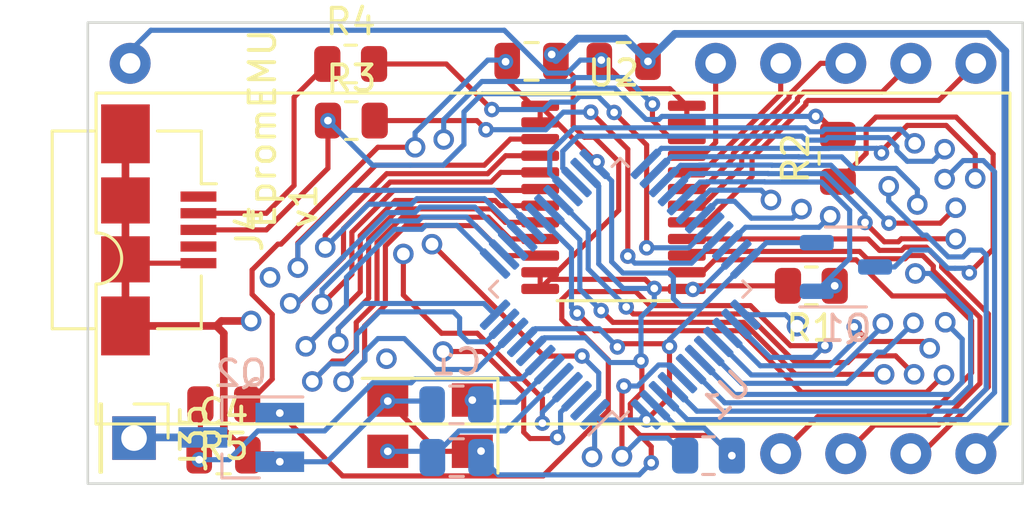
<source format=kicad_pcb>
(kicad_pcb (version 20221018) (generator pcbnew)
  (layers (0 "F.Cu" signal) (31 "B.Cu" signal) (34 "B.Paste" user) (35 "F.Paste" user) (36 "B.SilkS" user "B.Silkscreen") (37 "F.SilkS" user "F.Silkscreen") (38 "B.Mask" user) (39 "F.Mask" user) (44 "Edge.Cuts" user))
  (net 0 "")
  (net 1 "+3V3")
  (net 2 "/~{WERAM}")
  (net 3 "/~{OERAM}")
  (net 4 "/OSC1")
  (net 5 "/OSC0")
  (net 6 "/~{sRST}")
  (net 7 "Net-(J2-Pin_1)")
  (net 8 "GND")
  (net 9 "/D7")
  (net 10 "/D6")
  (net 11 "/D5")
  (net 12 "/D4")
  (net 13 "/D3")
  (net 14 "/D2")
  (net 15 "/D1")
  (net 16 "/D0")
  (net 17 "/~{DOE}")
  (net 19 "/A14")
  (net 20 "/A12")
  (net 21 "/A7")
  (net 22 "/A6")
  (net 23 "/A5")
  (net 24 "/A4")
  (net 25 "/A3")
  (net 26 "/A2")
  (net 27 "/A1")
  (net 28 "/A0")
  (net 29 "/A10")
  (net 30 "/A11")
  (net 31 "/A9")
  (net 32 "/A8")
  (net 33 "/A13")
  (net 34 "Net-(J4-D-)")
  (net 35 "Net-(J4-D+)")
  (net 37 "/~{extRST}")
  (net 38 "/~{DISC}")
  (net 39 "/TX")
  (net 40 "/RX")
  (net 41 "/DM")
  (net 42 "/~{AOE}")
  (net 43 "/DP")
  (net 44 "/SWDIO")
  (net 45 "/SWCLK")
  (net 46 "Net-(Q1-D)")
  (net 47 "Net-(Q2-G)")
  (net 48 "/A15")
  (net 49 "/ED0")
  (net 50 "/ED1")
  (net 51 "/ED2")
  (net 52 "/ED3")
  (net 53 "/ED4")
  (net 54 "/ED5")
  (net 55 "/ED6")
  (net 56 "/ED7")
  (net 57 "+5V")
  (net 58 "/uA16")
  (net 59 "/BATT")
  (footprint "Capacitor_SMD:C_0805_2012Metric" (layer "F.Cu") (at 117.3226 83.5152)
    (fp_text reference "C5" hide)
    (fp_text value "100n" hide)
  )
  (footprint "my_own_conn:PTH_0.8_0.5mm" (layer "F.Cu") (at 119.6848 98.9584)
    (fp_text reference "J3" hide)
    (fp_text value "DFU_En" hide)
  )
  (footprint "Resistor_SMD:R_0805_2012Metric" (layer "F.Cu") (at 105.3065 96.901 180)
    (fp_text reference "R5")
    (fp_text value "10k")
  )
  (footprint "my_own_conn:PTH_0.8_0.5mm" (layer "F.Cu") (at 126.6698 88.9254)
    (fp_text reference "J36" hide)
    (fp_text value "Conn" hide)
  )
  (footprint "my_own_conn:PTH_0.8_0.5mm" (layer "F.Cu") (at 106.3752 93.6498)
    (fp_text reference "J29" hide)
    (fp_text value "Conn" hide)
  )
  (footprint "my_own_conn:PTH_0.8_0.5mm" (layer "F.Cu") (at 113.0808 90.6272 180)
    (fp_text reference "J32" hide)
    (fp_text value "Conn" hide)
  )
  (footprint "Capacitor_SMD:C_0805_2012Metric" (layer "F.Cu") (at 105.2982 98.8822)
    (fp_text reference "C4")
    (fp_text value "100n")
  )
  (footprint "my_own_conn:PTH_0.8_0.5mm" (layer "F.Cu") (at 132.2324 93.726)
    (fp_text reference "J9" hide)
    (fp_text value "Conn" hide)
  )
  (footprint "my_own_conn:PTH_0.8_0.5mm" (layer "F.Cu") (at 133.8834 90.4494)
    (fp_text reference "J19" hide)
    (fp_text value "Conn" hide)
  )
  (footprint "Connector_USB:USB_Micro-B_Amphenol_10104110_Horizontal" (layer "F.Cu") (at 102.7684 90.0938 -90)
    (fp_text reference "J4")
    (fp_text value "USB_B_Mini")
  )
  (footprint "my_own_conn:PTH_0.8_0.5mm" (layer "F.Cu") (at 108.1992 91.567 180)
    (fp_text reference "J27" hide)
    (fp_text value "Conn" hide)
  )
  (footprint "my_own_conn:PTH_0.8_0.5mm" (layer "F.Cu") (at 133.4516 88.1126)
    (fp_text reference "J13" hide)
    (fp_text value "Conn" hide)
  )
  (footprint "my_own_conn:PTH_0.8_0.5mm" (layer "F.Cu") (at 131.0894 95.7326)
    (fp_text reference "J5" hide)
    (fp_text value "Conn" hide)
  )
  (footprint "my_own_conn:PTH_0.8_0.5mm" (layer "F.Cu") (at 133.4516 86.9442)
    (fp_text reference "J15" hide)
    (fp_text value "Conn" hide)
  )
  (footprint "Resistor_SMD:R_0805_2012Metric" (layer "F.Cu") (at 110.2868 85.8266)
    (fp_text reference "R3")
    (fp_text value "22E")
  )
  (footprint "my_own_conn:PTH_0.8_0.5mm" (layer "F.Cu") (at 132.3848 89.1032)
    (fp_text reference "J17" hide)
    (fp_text value "Conn" hide)
  )
  (footprint "my_own_conn:PTH_0.8_0.5mm" (layer "F.Cu") (at 132.8674 94.7166)
    (fp_text reference "J7" hide)
    (fp_text value "Conn" hide)
  )
  (footprint "my_own_conn:PTH_0.8_0.5mm" (layer "F.Cu") (at 109.982 96.0238 180)
    (fp_text reference "J20" hide)
    (fp_text value "Conn" hide)
  )
  (footprint "my_own_conn:PTH_0.8_0.5mm" (layer "F.Cu") (at 132.3086 91.7956)
    (fp_text reference "J11" hide)
    (fp_text value "Conn" hide)
  )
  (footprint "Resistor_SMD:R_0805_2012Metric" (layer "F.Cu") (at 128.2465 92.2782 180)
    (fp_text reference "R1")
    (fp_text value "100k" hide)
  )
  (footprint "my_own_conn:PTH_0.8_0.5mm" (layer "F.Cu") (at 128.9812 89.5604)
    (fp_text reference "J37" hide)
    (fp_text value "Conn" hide)
  )
  (footprint "my_own_conn:PTH_0.8_0.5mm" (layer "F.Cu") (at 134.6454 88.0872)
    (fp_text reference "J16" hide)
    (fp_text value "Conn" hide)
  )
  (footprint "my_own_conn:PTH_0.8_0.5mm" (layer "F.Cu") (at 109.1438 92.9894 180)
    (fp_text reference "J24" hide)
    (fp_text value "Conn" hide)
  )
  (footprint "my_own_conn:PTH_0.8_0.5mm" (layer "F.Cu") (at 120.8532 98.933)
    (fp_text reference "J2" hide)
    (fp_text value "DFU_En" hide)
  )
  (footprint "Package_DIP:DIP-28_W15.24mm" (layer "F.Cu") (at 101.6508 98.8314 90)
    (fp_text reference "U7" hide)
    (fp_text value "Target" hide)
  )
  (footprint "Crystal:Crystal_SMD_5032-4Pin_5.0x3.2mm" (layer "F.Cu") (at 113.3602 97.7392 180)
    (fp_text reference "Y1" hide)
    (fp_text value "8M" hide)
  )
  (footprint "my_own_conn:PTH_0.8_0.5mm" (layer "F.Cu") (at 112.3188 91.0336)
    (fp_text reference "J33" hide)
    (fp_text value "Conn" hide)
  )
  (footprint "Connector_PinHeader_2.54mm:PinHeader_1x01_P2.54mm_Vertical" (layer "F.Cu") (at 101.8032 98.2218 -90)
    (fp_text reference "J35")
    (fp_text value "Conn_01x01" hide)
  )
  (footprint "my_own_conn:PTH_0.8_0.5mm" (layer "F.Cu") (at 112.141 94.7674)
    (fp_text reference "J40" hide)
    (fp_text value "Conn" hide)
  )
  (footprint "my_own_conn:PTH_0.8_0.5mm" (layer "F.Cu") (at 133.8834 89.2302)
    (fp_text reference "J18" hide)
    (fp_text value "Conn" hide)
  )
  (footprint "my_own_conn:PTH_0.8_0.5mm" (layer "F.Cu") (at 113.8682 94.8436 180)
    (fp_text reference "J31" hide)
    (fp_text value "Conn" hide)
  )
  (footprint "Resistor_SMD:R_0805_2012Metric" (layer "F.Cu") (at 129.286 87.3017 90)
    (fp_text reference "R2")
    (fp_text value "1k5")
  )
  (footprint "my_own_conn:PTH_0.8_0.5mm" (layer "F.Cu") (at 109.0676 90.7796 180)
    (fp_text reference "J26" hide)
    (fp_text value "Conn" hide)
  )
  (footprint "my_own_conn:PTH_0.8_0.5mm" (layer "F.Cu") (at 127.6858 93.853)
    (fp_text reference "J39" hide)
    (fp_text value "Conn" hide)
  )
  (footprint "my_own_conn:PTH_0.8_0.5mm" (layer "F.Cu") (at 131.2672 88.392)
    (fp_text reference "J12" hide)
    (fp_text value "Conn" hide)
  )
  (footprint "Capacitor_SMD:C_0805_2012Metric" (layer "F.Cu") (at 120.9192 83.5152)
    (fp_text reference "C2" hide)
    (fp_text value "100n" hide)
  )
  (footprint "my_own_conn:PTH_0.8_0.5mm" (layer "F.Cu") (at 133.477 93.7006)
    (fp_text reference "J10" hide)
    (fp_text value "Conn" hide)
  )
  (footprint "my_own_conn:PTH_0.8_0.5mm" (layer "F.Cu") (at 132.2578 95.7326)
    (fp_text reference "J6" hide)
    (fp_text value "Conn" hide)
  )
  (footprint "my_own_conn:PTH_0.8_0.5mm" (layer "F.Cu") (at 132.2832 86.7156)
    (fp_text reference "J14" hide)
    (fp_text value "Conn" hide)
  )
  (footprint "my_own_conn:PTH_0.8_0.5mm" (layer "F.Cu") (at 127.8636 89.281)
    (fp_text reference "J38" hide)
    (fp_text value "Conn" hide)
  )
  (footprint "my_own_conn:PTH_0.8_0.5mm" (layer "F.Cu") (at 108.5088 94.6404)
    (fp_text reference "J23" hide)
    (fp_text value "Conn" hide)
  )
  (footprint "my_own_conn:PTH_0.8_0.5mm" (layer "F.Cu") (at 131.0386 93.7514)
    (fp_text reference "J8" hide)
    (fp_text value "Conn" hide)
  )
  (footprint "my_own_conn:PTH_0.8_0.5mm" (layer "F.Cu") (at 113.9698 86.8934)
    (fp_text reference "J34" hide)
    (fp_text value "Conn" hide)
  )
  (footprint "my_own_conn:PTH_0.8_0.5mm" (layer "F.Cu") (at 133.4262 95.758)
    (fp_text reference "J1" hide)
    (fp_text value "Conn" hide)
  )
  (footprint "my_own_conn:PTH_0.8_0.5mm" (layer "F.Cu") (at 108.7628 96.012 180)
    (fp_text reference "J21" hide)
    (fp_text value "Conn" hide)
  )
  (footprint "my_own_conn:PTH_0.8_0.5mm" (layer "F.Cu") (at 112.776 86.868)
    (fp_text reference "J30" hide)
    (fp_text value "Conn" hide)
  )
  (footprint "Package_SO:TSSOP-24_4.4x7.8mm_P0.65mm" (layer "F.Cu") (at 120.523 88.8238)
    (fp_text reference "U2")
    (fp_text value "SN74LVCC3245APWR")
  )
  (footprint "my_own_conn:PTH_0.8_0.5mm" (layer "F.Cu") (at 107.8992 92.964 180)
    (fp_text reference "J25" hide)
    (fp_text value "Conn" hide)
  )
  (footprint "my_own_conn:PTH_0.8_0.5mm" (layer "F.Cu") (at 107.1118 91.948)
    (fp_text reference "J28" hide)
    (fp_text value "Conn" hide)
  )
  (footprint "my_own_conn:PTH_0.8_0.5mm" (layer "F.Cu") (at 109.7788 94.5134 180)
    (fp_text reference "J22" hide)
    (fp_text value "Conn" hide)
  )
  (footprint "Resistor_SMD:R_0805_2012Metric" (layer "F.Cu") (at 110.2614 83.6168)
    (fp_text reference "R4")
    (fp_text value "22E")
  )
  (footprint "Capacitor_SMD:C_0805_2012Metric" (layer "B.Cu") (at 114.4016 98.9838)
    (fp_text reference "C3" hide)
    (fp_text value "C_Small")
  )
  (footprint "Capacitor_SMD:C_0805_2012Metric" (layer "B.Cu") (at 114.3914 96.9264 180)
    (fp_text reference "C1")
    (fp_text value "C_Small" hide)
  )
  (footprint "Resistor_SMD:R_0805_2012Metric" (layer "B.Cu") (at 124.2314 98.9076)
    (fp_text reference "R6" hide)
    (fp_text value "100k")
  )
  (footprint "Package_TO_SOT_SMD:SOT-23_Handsoldering" (layer "B.Cu") (at 105.9942 98.1964 180)
    (fp_text reference "Q2")
    (fp_text value "PMV450ENEAR" hide)
  )
  (footprint "Package_TO_SOT_SMD:SOT-23-3" (layer "B.Cu") (at 129.5963 91.5416)
    (fp_text reference "Q1")
    (fp_text value "BSH202" hide)
  )
  (footprint "Package_QFP:LQFP-48_7x7mm_P0.5mm" (layer "B.Cu") (at 120.785185 92.407249 45)
    (fp_text reference "U1")
    (fp_text value "STM32F303CCTx" hide)
  )
  (gr_rect (start 100 82) (end 136.5 100) (stroke (width 0.1)) (fill none) (layer "Edge.Cuts"))
  (gr_text "EpromEMU\nv1" (at 109.0168 90.1192 90) (layer "F.SilkS") (effects (font (size 1 1)) (justify left bottom)))
  (segment (start 117.6605 85.8988) (end 117.6605 85.2488) (width 0.2) (layer "F.Cu") (net 1))
  (segment (start 116.309044 84.203444) (end 116.309044 83.527974) (width 0.2) (layer "F.Cu") (net 1))
  (segment (start 119.846289 87.434589) (end 119.880211 87.434589) (width 0.2) (layer "F.Cu") (net 1))
  (segment (start 112.776 86.868) (end 111.322952 86.868) (width 0.2) (layer "F.Cu") (net 1))
  (segment (start 122.60538 94.5388) (end 120.8024 94.5388) (width 0.2) (layer "F.Cu") (net 1))
  (segment (start 117.6605 85.2488) (end 117.3544 85.2488) (width 0.2) (layer "F.Cu") (net 1))
  (segment (start 117.6605 85.2488) (end 119.846289 87.434589) (width 0.2) (layer "F.Cu") (net 1))
  (segment (start 122.708917 96.61655) (end 122.708917 94.642337) (width 0.2) (layer "F.Cu") (net 1))
  (segment (start 121.809098 97.516369) (end 122.708917 96.61655) (width 0.2) (layer "F.Cu") (net 1))
  (segment (start 107.1992 93.3958) (end 107.1992 95.9208) (width 0.2) (layer "F.Cu") (net 1))
  (segment (start 107.419874 90.649976) (end 106.4118 91.65805) (width 0.2) (layer "F.Cu") (net 1))
  (segment (start 117.3544 85.2488) (end 116.309044 84.203444) (width 0.2) (layer "F.Cu") (net 1))
  (segment (start 120.8024 94.5388) (end 120.6754 94.6658) (width 0.2) (layer "F.Cu") (net 1))
  (segment (start 111.322952 86.868) (end 107.540976 90.649976) (width 0.2) (layer "F.Cu") (net 1))
  (segment (start 122.708917 94.642337) (end 122.60538 94.5388) (width 0.2) (layer "F.Cu") (net 1))
  (segment (start 107.540976 90.649976) (end 107.419874 90.649976) (width 0.2) (layer "F.Cu") (net 1))
  (segment (start 107.1992 95.9208) (end 106.219 96.901) (width 0.2) (layer "F.Cu") (net 1))
  (segment (start 106.4118 91.65805) (end 106.4118 92.6084) (width 0.2) (layer "F.Cu") (net 1))
  (segment (start 106.4118 92.6084) (end 107.1992 93.3958) (width 0.2) (layer "F.Cu") (net 1))
  (via (at 116.309044 83.527974) (size 0.6) (drill 0.3) (layers "F.Cu" "B.Cu") (net 1))
  (via (at 119.880211 87.434589) (size 0.6) (drill 0.3) (layers "F.Cu" "B.Cu") (net 1))
  (via (at 122.708917 94.642337) (size 0.6) (drill 0.3) (layers "F.Cu" "B.Cu") (net 1))
  (via (at 121.809098 97.516369) (size 0.6) (drill 0.3) (layers "F.Cu" "B.Cu") (net 1))
  (via (at 120.6754 94.6658) (size 0.6) (drill 0.3) (layers "F.Cu" "B.Cu") (net 1))
  (segment (start 120.89273 91.779082) (end 122.690882 91.779082) (width 0.2) (layer "B.Cu") (net 1))
  (segment (start 128.4588 90.5916) (end 126.489922 90.5916) (width 0.2) (layer "B.Cu") (net 1))
  (segment (start 119.96336 93.95376) (end 120.6754 94.6658) (width 0.2) (layer "B.Cu") (net 1))
  (segment (start 112.776 86.302315) (end 115.613915 83.4644) (width 0.2) (layer "B.Cu") (net 1))
  (segment (start 126.489922 90.5916) (end 125.673061 91.408461) (width 0.2) (layer "B.Cu") (net 1))
  (segment (start 116.95797 94.466698) (end 117.470908 93.95376) (width 0.2) (layer "B.Cu") (net 1))
  (segment (start 119.786397 87.519373) (end 119.871181 87.434589) (width 0.2) (layer "B.Cu") (net 1))
  (segment (start 120.45 91.336352) (end 120.89273 91.779082) (width 0.2) (layer "B.Cu") (net 1))
  (segment (start 112.776 86.868) (end 112.776 86.302315) (width 0.2) (layer "B.Cu") (net 1))
  (segment (start 124.015922 93.0656) (end 122.708917 94.372605) (width 0.2) (layer "B.Cu") (net 1))
  (segment (start 124.015922 93.0656) (end 125.673061 91.408461) (width 0.2) (layer "B.Cu") (net 1))
  (segment (start 121.783973 97.491244) (end 121.809098 97.516369) (width 0.2) (layer "B.Cu") (net 1))
  (segment (start 122.8598 91.948) (end 122.8598 92.773078) (width 0.2) (layer "B.Cu") (net 1))
  (segment (start 119.786397 97.295125) (end 120.007641 97.516369) (width 0.2) (layer "B.Cu") (net 1))
  (segment (start 121.783973 97.295125) (end 121.783973 97.491244) (width 0.2) (layer "B.Cu") (net 1))
  (segment (start 117.470908 93.95376) (end 119.96336 93.95376) (width 0.2) (layer "B.Cu") (net 1))
  (segment (start 122.690882 91.779082) (end 122.8598 91.948) (width 0.2) (layer "B.Cu") (net 1))
  (segment (start 119.786397 97.295125) (end 119.786397 98.856803) (width 0.2) (layer "B.Cu") (net 1))
  (segment (start 120.007641 97.516369) (end 121.809098 97.516369) (width 0.2) (layer "B.Cu") (net 1))
  (segment (start 115.613915 83.4644) (end 116.3726 83.4644) (width 0.2) (layer "B.Cu") (net 1))
  (segment (start 120.45 88.182976) (end 120.45 91.336352) (width 0.2) (layer "B.Cu") (net 1))
  (segment (start 123.152322 93.0656) (end 124.015922 93.0656) (width 0.2) (layer "B.Cu") (net 1))
  (segment (start 119.786397 98.856803) (end 119.6848 98.9584) (width 0.2) (layer "B.Cu") (net 1))
  (segment (start 122.8598 92.773078) (end 123.152322 93.0656) (width 0.2) (layer "B.Cu") (net 1))
  (segment (start 122.708917 94.372605) (end 122.708917 94.642337) (width 0.2) (layer "B.Cu") (net 1))
  (segment (start 119.871181 87.434589) (end 119.880211 87.434589) (width 0.2) (layer "B.Cu") (net 1))
  (segment (start 119.786397 87.519373) (end 120.45 88.182976) (width 0.2) (layer "B.Cu") (net 1))
  (segment (start 113.4364 90.6526) (end 117.803965 95.020165) (width 0.2) (layer "F.Cu") (net 2))
  (segment (start 117.803965 95.020165) (end 119.292235 95.020165) (width 0.2) (layer "F.Cu") (net 2))
  (via (at 119.292235 95.020165) (size 0.6) (drill 0.3) (layers "F.Cu" "B.Cu") (net 2))
  (segment (start 119.432843 96.941571) (end 119.945781 96.428633) (width 0.2) (layer "B.Cu") (net 2))
  (segment (start 119.945781 96.428633) (end 119.945781 95.673711) (width 0.2) (layer "B.Cu") (net 2))
  (segment (start 119.945781 95.673711) (end 119.292235 95.020165) (width 0.2) (layer "B.Cu") (net 2))
  (segment (start 118.337076 98.197923) (end 118.294199 98.2408) (width 0.2) (layer "F.Cu") (net 3))
  (segment (start 117.0178 96.4438) (end 115.4176 94.8436) (width 0.2) (layer "F.Cu") (net 3))
  (segment (start 117.2654 98.2408) (end 117.0178 97.9932) (width 0.2) (layer "F.Cu") (net 3))
  (segment (start 117.0178 97.9932) (end 117.0178 96.4438) (width 0.2) (layer "F.Cu") (net 3))
  (segment (start 115.4176 94.8436) (end 113.8682 94.8436) (width 0.2) (layer "F.Cu") (net 3))
  (segment (start 118.294199 98.2408) (end 117.2654 98.2408) (width 0.2) (layer "F.Cu") (net 3))
  (via (at 118.337076 98.197923) (size 0.6) (drill 0.3) (layers "F.Cu" "B.Cu") (net 3))
  (segment (start 118.456 98.078999) (end 118.337076 98.197923) (width 0.2) (layer "B.Cu") (net 3))
  (segment (start 118.456 97.211308) (end 118.456 98.078999) (width 0.2) (layer "B.Cu") (net 3))
  (segment (start 119.07929 96.588018) (end 118.456 97.211308) (width 0.2) (layer "B.Cu") (net 3))
  (via (at 115.0102 96.739192) (size 0.6) (drill 0.3) (layers "F.Cu" "B.Cu") (net 4))
  (segment (start 115.093038 96.82203) (end 115.0102 96.739192) (width 0.2) (layer "B.Cu") (net 4))
  (segment (start 116.1288 96.82203) (end 115.44577 96.82203) (width 0.2) (layer "B.Cu") (net 4))
  (segment (start 116.1288 96.82203) (end 115.093038 96.82203) (width 0.2) (layer "B.Cu") (net 4))
  (segment (start 115.44577 96.82203) (end 115.3414 96.9264) (width 0.2) (layer "B.Cu") (net 4))
  (segment (start 118.01863 95.527358) (end 116.723958 96.82203) (width 0.2) (layer "B.Cu") (net 4))
  (segment (start 116.723958 96.82203) (end 116.1288 96.82203) (width 0.2) (layer "B.Cu") (net 4))
  (via (at 111.7102 98.7392) (size 0.6) (drill 0.3) (layers "F.Cu" "B.Cu") (net 5))
  (segment (start 116.310694 97.9424) (end 114.493 97.9424) (width 0.2) (layer "B.Cu") (net 5))
  (segment (start 113.207 98.7392) (end 111.7102 98.7392) (width 0.2) (layer "B.Cu") (net 5))
  (segment (start 113.4516 98.9838) (end 113.207 98.7392) (width 0.2) (layer "B.Cu") (net 5))
  (segment (start 114.493 97.9424) (end 113.4516 98.9838) (width 0.2) (layer "B.Cu") (net 5))
  (segment (start 118.372183 95.880911) (end 116.310694 97.9424) (width 0.2) (layer "B.Cu") (net 5))
  (segment (start 104.394 98.8364) (end 104.3482 98.8822) (width 0.2) (layer "F.Cu") (net 6))
  (segment (start 104.394 96.901) (end 104.394 98.8364) (width 0.2) (layer "F.Cu") (net 6))
  (via (at 104.3482 99.065902) (size 0.6) (drill 0.3) (layers "F.Cu" "B.Cu") (net 6))
  (segment (start 116.92848 95.9104) (end 112.776 95.9104) (width 0.2) (layer "B.Cu") (net 6))
  (segment (start 112.6236 96.0628) (end 111.125 96.0628) (width 0.2) (layer "B.Cu") (net 6))
  (segment (start 112.776 95.9104) (end 112.6236 96.0628) (width 0.2) (layer "B.Cu") (net 6))
  (segment (start 117.665076 95.173804) (end 116.92848 95.9104) (width 0.2) (layer "B.Cu") (net 6))
  (segment (start 111.125 96.0628) (end 109.2454 97.9424) (width 0.2) (layer "B.Cu") (net 6))
  (segment (start 109.2454 97.9424) (end 106.6382 97.9424) (width 0.2) (layer "B.Cu") (net 6))
  (segment (start 106.6382 97.9424) (end 105.514698 99.065902) (width 0.2) (layer "B.Cu") (net 6))
  (segment (start 105.514698 99.065902) (end 104.3482 99.065902) (width 0.2) (layer "B.Cu") (net 6))
  (segment (start 120.8532 98.933) (end 120.8532 96.266) (width 0.2) (layer "F.Cu") (net 7))
  (segment (start 120.8532 96.266) (end 120.9294 96.1898) (width 0.2) (layer "F.Cu") (net 7))
  (via (at 120.9294 96.1898) (size 0.6) (drill 0.3) (layers "F.Cu" "B.Cu") (net 7))
  (segment (start 121.5612 98.225) (end 120.8532 98.933) (width 0.2) (layer "B.Cu") (net 7))
  (segment (start 122.685249 95.367973) (end 122.285351 95.367973) (width 0.2) (layer "B.Cu") (net 7))
  (segment (start 122.285351 95.367973) (end 121.463524 96.1898) (width 0.2) (layer "B.Cu") (net 7))
  (segment (start 122.6363 98.225) (end 121.5612 98.225) (width 0.2) (layer "B.Cu") (net 7))
  (segment (start 123.3189 98.9076) (end 122.6363 98.225) (width 0.2) (layer "B.Cu") (net 7))
  (segment (start 121.463524 96.1898) (end 120.9294 96.1898) (width 0.2) (layer "B.Cu") (net 7))
  (segment (start 123.198187 95.880911) (end 122.685249 95.367973) (width 0.2) (layer "B.Cu") (net 7))
  (segment (start 121.760746 92.0244) (end 122.115428 92.379082) (width 0.2) (layer "F.Cu") (net 8))
  (segment (start 121.5644 98.1202) (end 124.3565 98.1202) (width 0.2) (layer "F.Cu") (net 8))
  (segment (start 104.3184 91.3938) (end 101.6184 91.3938) (width 0.2) (layer "F.Cu") (net 8))
  (segment (start 107.23 98.8822) (end 107.4942 99.1464) (width 0.3) (layer "F.Cu") (net 8))
  (segment (start 101.6184 91.3938) (end 101.4684 91.2438) (width 0.2) (layer "F.Cu") (net 8))
  (segment (start 118.9482 84.083799) (end 118.109801 83.2454) (width 0.2) (layer "F.Cu") (net 8))
  (segment (start 124.3565 98.1202) (end 125.1439 98.9076) (width 0.2) (layer "F.Cu") (net 8))
  (segment (start 127.334 92.2782) (end 123.5061 92.2782) (width 0.2) (layer "F.Cu") (net 8))
  (segment (start 117.6605 92.3988) (end 118.0349 92.0244) (width 0.2) (layer "F.Cu") (net 8))
  (segment (start 115.0102 98.7392) (end 113.6723 98.7392) (width 0.2) (layer "F.Cu") (net 8))
  (segment (start 105.2138 93.6498) (end 106.3752 93.6498) (width 0.3) (layer "F.Cu") (net 8))
  (segment (start 121.1802 96.889129) (end 121.631 96.438329) (width 0.2) (layer "F.Cu") (net 8))
  (segment (start 121.9962 98.552) (end 121.5644 98.1202) (width 0.2) (layer "F.Cu") (net 8))
  (segment (start 121.9962 99.187) (end 121.9962 98.552) (width 0.2) (layer "F.Cu") (net 8))
  (segment (start 101.4684 93.8438) (end 101.4684 86.3438) (width 0.3) (layer "F.Cu") (net 8))
  (segment (start 117.6605 92.3988) (end 120.7262 89.3331) (width 0.2) (layer "F.Cu") (net 8))
  (segment (start 118.0349 92.0244) (end 121.760746 92.0244) (width 0.2) (layer "F.Cu") (net 8))
  (segment (start 121.1802 97.736) (end 121.1802 96.889129) (width 0.2) (layer "F.Cu") (net 8))
  (segment (start 119.385471 86.4774) (end 118.9482 86.040129) (width 0.2) (layer "F.Cu") (net 8))
  (segment (start 121.631 96.438329) (end 121.631 95.243207) (width 0.2) (layer "F.Cu") (net 8))
  (segment (start 118.9482 86.040129) (end 118.9482 84.083799) (width 0.2) (layer "F.Cu") (net 8))
  (segment (start 123.5061 92.2782) (end 123.3855 92.3988) (width 0.2) (layer "F.Cu") (net 8))
  (segment (start 120.7262 89.3331) (end 120.7262 87.432048) (width 0.2) (layer "F.Cu") (net 8))
  (segment (start 106.2482 98.8822) (end 107.23 98.8822) (width 0.3) (layer "F.Cu") (net 8))
  (segment (start 115.0102 98.7392) (end 115.107 98.7392) (width 0.2) (layer "F.Cu") (net 8))
  (segment (start 117.6605 91.7488) (end 117.6605 92.3988) (width 0.2) (layer "F.Cu") (net 8))
  (segment (start 105.0198 93.8438) (end 101.4684 93.8438) (width 0.3) (layer "F.Cu") (net 8))
  (segment (start 101.4684 86.3438) (end 101.4684 85.9074) (width 0.3) (layer "F.Cu") (net 8))
  (segment (start 105.3084 94.1324) (end 105.0198 93.8438) (width 0.3) (layer "F.Cu") (net 8))
  (segment (start 115.107 98.7392) (end 115.3516 98.9838) (width 0.2) (layer "F.Cu") (net 8))
  (segment (start 105.0198 93.8438) (end 105.2138 93.6498) (width 0.3) (layer "F.Cu") (net 8))
  (segment (start 119.771552 86.4774) (end 119.385471 86.4774) (width 0.2) (layer "F.Cu") (net 8))
  (segment (start 123.3855 92.3988) (end 122.135146 92.3988) (width 0.2) (layer "F.Cu") (net 8))
  (segment (start 106.2482 98.8822) (end 105.3084 97.9424) (width 0.3) (layer "F.Cu") (net 8))
  (segment (start 122.135146 92.3988) (end 122.115428 92.379082) (width 0.2) (layer "F.Cu") (net 8))
  (segment (start 121.5644 98.1202) (end 121.1802 97.736) (width 0.2) (layer "F.Cu") (net 8))
  (segment (start 121.631 95.243207) (end 121.596294 95.208501) (width 0.2) (layer "F.Cu") (net 8))
  (segment (start 105.3084 97.9424) (end 105.3084 94.1324) (width 0.3) (layer "F.Cu") (net 8))
  (segment (start 113.6723 98.7392) (end 111.7102 96.7771) (width 0.2) (layer "F.Cu") (net 8))
  (segment (start 120.7262 87.432048) (end 119.771552 86.4774) (width 0.2) (layer "F.Cu") (net 8))
  (via (at 107.4942 99.1464) (size 0.6) (drill 0.3) (layers "F.Cu" "B.Cu") (net 8))
  (via (at 121.8692 83.5152) (size 0.6) (drill 0.3) (layers "F.Cu" "B.Cu") (net 8))
  (via (at 123.6218 92.4183) (size 0.6) (drill 0.3) (layers "F.Cu" "B.Cu") (net 8))
  (via (at 115.3516 98.7298) (size 0.6) (drill 0.3) (layers "F.Cu" "B.Cu") (net 8))
  (via (at 118.109801 83.2454) (size 0.6) (drill 0.3) (layers "F.Cu" "B.Cu") (net 8))
  (via (at 121.9962 99.187) (size 0.6) (drill 0.3) (layers "F.Cu" "B.Cu") (net 8))
  (via (at 122.115428 92.379082) (size 0.6) (drill 0.3) (layers "F.Cu" "B.Cu") (net 8))
  (via (at 125.1439 98.9076) (size 0.6) (drill 0.3) (layers "F.Cu" "B.Cu") (net 8))
  (via (at 111.7102 96.7771) (size 0.6) (drill 0.3) (layers "F.Cu" "B.Cu") (net 8))
  (via (at 121.596294 95.208501) (size 0.6) (drill 0.3) (layers "F.Cu" "B.Cu") (net 8))
  (segment (start 135.8208 83.115054) (end 135.147146 82.4414) (width 0.3) (layer "B.Cu") (net 8))
  (segment (start 123.021756 97.8258) (end 124.0621 97.8258) (width 0.2) (layer "B.Cu") (net 8))
  (segment (start 123.956114 92.4183) (end 123.6218 92.4183) (width 0.2) (layer "B.Cu") (net 8))
  (segment (start 116.0262 99.6584) (end 121.5248 99.6584) (width 0.2) (layer "B.Cu") (net 8))
  (segment (start 119.4276 94.307) (end 120.3928 95.2722) (width 0.2) (layer "B.Cu") (net 8))
  (segment (start 122.137527 96.941571) (end 123.021756 97.8258) (width 0.2) (layer "B.Cu") (net 8))
  (segment (start 124.0621 97.8258) (end 125.1439 98.9076) (width 0.2) (layer "B.Cu") (net 8))
  (segment (start 122.115428 92.979988) (end 122.115428 92.379082) (width 0.2) (layer "B.Cu") (net 8))
  (segment (start 122.9176 82.4414) (end 121.8692 83.4898) (width 0.3) (layer "B.Cu") (net 8))
  (segment (start 119.945781 91.421581) (end 120.903282 92.379082) (width 0.2) (layer "B.Cu") (net 8))
  (segment (start 121.5248 99.6584) (end 121.9962 99.187) (width 0.2) (layer "B.Cu") (net 8))
  (segment (start 107.4942 99.1464) (end 109.3409 99.1464) (width 0.2) (layer "B.Cu") (net 8))
  (segment (start 119.1108 82.6262) (end 120.9802 82.6262) (width 0.3) (layer "B.Cu") (net 8))
  (segment (start 115.3516 98.9838) (end 116.0262 99.6584) (width 0.2) (layer "B.Cu") (net 8))
  (segment (start 120.9802 82.6262) (end 121.8692 83.5152) (width 0.3) (layer "B.Cu") (net 8))
  (segment (start 135.8208 97.6814) (end 135.8208 83.115054) (width 0.3) (layer "B.Cu") (net 8))
  (segment (start 121.596294 95.208501) (end 121.596294 93.499122) (width 0.2) (layer "B.Cu") (net 8))
  (segment (start 119.432843 87.872927) (end 119.945781 88.385865) (width 0.2) (layer "B.Cu") (net 8))
  (segment (start 113.2921 96.7771) (end 111.7102 96.7771) (width 0.2) (layer "B.Cu") (net 8))
  (segment (start 121.8692 83.4898) (end 121.8692 83.5152) (width 0.3) (layer "B.Cu") (net 8))
  (segment (start 122.051842 96.941571) (end 122.137527 96.941571) (width 0.2) (layer "B.Cu") (net 8))
  (segment (start 121.532595 95.2722) (end 121.596294 95.208501) (width 0.2) (layer "B.Cu") (net 8))
  (segment (start 117.311523 94.820251) (end 117.824774 94.307) (width 0.2) (layer "B.Cu") (net 8))
  (segment (start 117.824774 94.307) (end 119.4276 94.307) (width 0.2) (layer "B.Cu") (net 8))
  (segment (start 134.6708 98.8314) (end 135.8208 97.6814) (width 0.3) (layer "B.Cu") (net 8))
  (segment (start 135.147146 82.4414) (end 122.9176 82.4414) (width 0.3) (layer "B.Cu") (net 8))
  (segment (start 118.2726 83.4644) (end 119.1108 82.6262) (width 0.3) (layer "B.Cu") (net 8))
  (segment (start 109.3409 99.1464) (end 111.7102 96.7771) (width 0.2) (layer "B.Cu") (net 8))
  (segment (start 119.945781 88.385865) (end 119.945781 91.421581) (width 0.2) (layer "B.Cu") (net 8))
  (segment (start 120.3928 95.2722) (end 121.532595 95.2722) (width 0.2) (layer "B.Cu") (net 8))
  (segment (start 113.4414 96.9264) (end 113.2921 96.7771) (width 0.2) (layer "B.Cu") (net 8))
  (segment (start 121.596294 93.499122) (end 122.115428 92.979988) (width 0.2) (layer "B.Cu") (net 8))
  (segment (start 120.903282 92.379082) (end 122.115428 92.379082) (width 0.2) (layer "B.Cu") (net 8))
  (segment (start 125.319507 91.054907) (end 123.956114 92.4183) (width 0.2) (layer "B.Cu") (net 8))
  (segment (start 117.6605 86.5488) (end 116.4988 86.5488) (width 0.2) (layer "F.Cu") (net 9))
  (segment (start 115.4796 87.568) (end 111.2378 87.568) (width 0.2) (layer "F.Cu") (net 9))
  (segment (start 116.4988 86.5488) (end 115.4796 87.568) (width 0.2) (layer "F.Cu") (net 9))
  (segment (start 111.2378 87.568) (end 108.1992 90.6066) (width 0.2) (layer "F.Cu") (net 9))
  (segment (start 108.1992 90.6066) (end 108.1992 91.567) (width 0.2) (layer "F.Cu") (net 9))
  (segment (start 108.1992 90.65805) (end 108.1992 91.567) (width 0.2) (layer "B.Cu") (net 9))
  (segment (start 117.311523 89.994247) (end 115.866276 88.549) (width 0.2) (layer "B.Cu") (net 9))
  (segment (start 110.30825 88.549) (end 108.1992 90.65805) (width 0.2) (layer "B.Cu") (net 9))
  (segment (start 115.866276 88.549) (end 110.30825 88.549) (width 0.2) (layer "B.Cu") (net 9))
  (segment (start 117.6605 87.1988) (end 116.311248 87.1988) (width 0.2) (layer "F.Cu") (net 10))
  (segment (start 116.311248 87.1988) (end 115.610048 87.9) (width 0.2) (layer "F.Cu") (net 10))
  (segment (start 109.2676 90.3002) (end 109.2676 90.7796) (width 0.2) (layer "F.Cu") (net 10))
  (segment (start 111.6678 87.9) (end 109.2676 90.3002) (width 0.2) (layer "F.Cu") (net 10))
  (segment (start 115.610048 87.9) (end 111.6678 87.9) (width 0.2) (layer "F.Cu") (net 10))
  (segment (start 110.9568 89.0904) (end 109.2676 90.7796) (width 0.2) (layer "B.Cu") (net 10))
  (segment (start 116.95797 90.3478) (end 115.48617 88.876) (width 0.2) (layer "B.Cu") (net 10))
  (segment (start 112.846392 88.876) (end 112.631992 89.0904) (width 0.2) (layer "B.Cu") (net 10))
  (segment (start 112.631992 89.0904) (end 110.9568 89.0904) (width 0.2) (layer "B.Cu") (net 10))
  (segment (start 115.48617 88.876) (end 112.846392 88.876) (width 0.2) (layer "B.Cu") (net 10))
  (segment (start 109.982 90.048248) (end 109.982 91.1606) (width 0.2) (layer "F.Cu") (net 11))
  (segment (start 116.123696 87.8488) (end 115.745496 88.227) (width 0.2) (layer "F.Cu") (net 11))
  (segment (start 111.803248 88.227) (end 109.982 90.048248) (width 0.2) (layer "F.Cu") (net 11))
  (segment (start 115.745496 88.227) (end 111.803248 88.227) (width 0.2) (layer "F.Cu") (net 11))
  (segment (start 117.6605 87.8488) (end 116.123696 87.8488) (width 0.2) (layer "F.Cu") (net 11))
  (segment (start 108.1786 92.964) (end 107.8992 92.964) (width 0.2) (layer "F.Cu") (net 11))
  (segment (start 109.982 91.1606) (end 108.1786 92.964) (width 0.2) (layer "F.Cu") (net 11))
  (segment (start 115.106062 89.203) (end 112.98184 89.203) (width 0.2) (layer "B.Cu") (net 11))
  (segment (start 112.98184 89.203) (end 112.76744 89.4174) (width 0.2) (layer "B.Cu") (net 11))
  (segment (start 116.604416 90.701354) (end 115.106062 89.203) (width 0.2) (layer "B.Cu") (net 11))
  (segment (start 111.6998 89.4174) (end 108.1532 92.964) (width 0.2) (layer "B.Cu") (net 11))
  (segment (start 112.76744 89.4174) (end 111.6998 89.4174) (width 0.2) (layer "B.Cu") (net 11))
  (segment (start 108.1532 92.964) (end 107.8992 92.964) (width 0.2) (layer "B.Cu") (net 11))
  (segment (start 117.6053 88.554) (end 111.938696 88.554) (width 0.2) (layer "F.Cu") (net 12))
  (segment (start 111.938696 88.554) (end 110.309 90.183696) (width 0.2) (layer "F.Cu") (net 12))
  (segment (start 110.309 91.8242) (end 109.1438 92.9894) (width 0.2) (layer "F.Cu") (net 12))
  (segment (start 110.309 90.183696) (end 110.309 91.8242) (width 0.2) (layer "F.Cu") (net 12))
  (segment (start 117.6605 88.4988) (end 117.6053 88.554) (width 0.2) (layer "F.Cu") (net 12))
  (segment (start 116.250863 91.054907) (end 114.787956 89.592) (width 0.2) (layer "B.Cu") (net 12))
  (segment (start 113.055288 89.592) (end 112.902888 89.7444) (width 0.2) (layer "B.Cu") (net 12))
  (segment (start 111.835248 89.7444) (end 109.1438 92.435848) (width 0.2) (layer "B.Cu") (net 12))
  (segment (start 112.902888 89.7444) (end 111.835248 89.7444) (width 0.2) (layer "B.Cu") (net 12))
  (segment (start 109.1438 92.435848) (end 109.1438 92.9894) (width 0.2) (layer "B.Cu") (net 12))
  (segment (start 114.787956 89.592) (end 113.055288 89.592) (width 0.2) (layer "B.Cu") (net 12))
  (segment (start 115.906096 88.9462) (end 112.008944 88.9462) (width 0.2) (layer "F.Cu") (net 13))
  (segment (start 110.636 92.5132) (end 108.5088 94.6404) (width 0.2) (layer "F.Cu") (net 13))
  (segment (start 110.636 90.319144) (end 110.636 92.5132) (width 0.2) (layer "F.Cu") (net 13))
  (segment (start 112.008944 88.9462) (end 110.636 90.319144) (width 0.2) (layer "F.Cu") (net 13))
  (segment (start 116.108696 89.1488) (end 115.906096 88.9462) (width 0.2) (layer "F.Cu") (net 13))
  (segment (start 117.6605 89.1488) (end 116.108696 89.1488) (width 0.2) (layer "F.Cu") (net 13))
  (segment (start 110.0963 93.0529) (end 108.5088 94.6404) (width 0.2) (layer "B.Cu") (net 13))
  (segment (start 113.190736 89.919) (end 113.038336 90.0714) (width 0.2) (layer "B.Cu") (net 13))
  (segment (start 110.0963 91.945796) (end 110.0963 93.0529) (width 0.2) (layer "B.Cu") (net 13))
  (segment (start 115.897309 91.408461) (end 114.407848 89.919) (width 0.2) (layer "B.Cu") (net 13))
  (segment (start 111.970696 90.0714) (end 110.0963 91.945796) (width 0.2) (layer "B.Cu") (net 13))
  (segment (start 114.407848 89.919) (end 113.190736 89.919) (width 0.2) (layer "B.Cu") (net 13))
  (segment (start 113.038336 90.0714) (end 111.970696 90.0714) (width 0.2) (layer "B.Cu") (net 13))
  (segment (start 112.144392 89.2732) (end 110.963 90.454592) (width 0.2) (layer "F.Cu") (net 14))
  (segment (start 109.7788 93.944104) (end 109.7788 94.5134) (width 0.2) (layer "F.Cu") (net 14))
  (segment (start 115.770648 89.2732) (end 112.144392 89.2732) (width 0.2) (layer "F.Cu") (net 14))
  (segment (start 116.296248 89.7988) (end 115.770648 89.2732) (width 0.2) (layer "F.Cu") (net 14))
  (segment (start 110.963 90.454592) (end 110.963 92.759904) (width 0.2) (layer "F.Cu") (net 14))
  (segment (start 110.963 92.759904) (end 109.7788 93.944104) (width 0.2) (layer "F.Cu") (net 14))
  (segment (start 117.6605 89.7988) (end 116.296248 89.7988) (width 0.2) (layer "F.Cu") (net 14))
  (segment (start 115.897309 93.406037) (end 115.458472 92.9672) (width 0.2) (layer "B.Cu") (net 14))
  (segment (start 110.759315 92.9672) (end 109.7788 93.947715) (width 0.2) (layer "B.Cu") (net 14))
  (segment (start 109.7788 93.947715) (end 109.7788 94.5134) (width 0.2) (layer "B.Cu") (net 14))
  (segment (start 115.458472 92.9672) (end 110.759315 92.9672) (width 0.2) (layer "B.Cu") (net 14))
  (segment (start 110.06875 95.2134) (end 109.5614 95.2134) (width 0.2) (layer "F.Cu") (net 15))
  (segment (start 110.4788 93.706552) (end 110.4788 94.80335) (width 0.2) (layer "F.Cu") (net 15))
  (segment (start 116.4838 90.4488) (end 115.6352 89.6002) (width 0.2) (layer "F.Cu") (net 15))
  (segment (start 112.27984 89.6002) (end 111.29 90.59004) (width 0.2) (layer "F.Cu") (net 15))
  (segment (start 111.29 92.895352) (end 110.4788 93.706552) (width 0.2) (layer "F.Cu") (net 15))
  (segment (start 109.5614 95.2134) (end 108.7628 96.012) (width 0.2) (layer "F.Cu") (net 15))
  (segment (start 117.6605 90.4488) (end 116.4838 90.4488) (width 0.2) (layer "F.Cu") (net 15))
  (segment (start 110.4788 94.80335) (end 110.06875 95.2134) (width 0.2) (layer "F.Cu") (net 15))
  (segment (start 115.6352 89.6002) (end 112.27984 89.6002) (width 0.2) (layer "F.Cu") (net 15))
  (segment (start 111.29 90.59004) (end 111.29 92.895352) (width 0.2) (layer "F.Cu") (net 15))
  (segment (start 115.547854 94.4626) (end 116.250863 93.759591) (width 0.2) (layer "B.Cu") (net 15))
  (segment (start 110.4932 94.8404) (end 110.4932 94.18) (width 0.2) (layer "B.Cu") (net 15))
  (segment (start 114.5144 93.534) (end 114.5144 94.1436) (width 0.2) (layer "B.Cu") (net 15))
  (segment (start 114.2746 93.2942) (end 114.5144 93.534) (width 0.2) (layer "B.Cu") (net 15))
  (segment (start 109.451 95.3238) (end 110.0098 95.3238) (width 0.2) (layer "B.Cu") (net 15))
  (segment (start 108.7628 96.012) (end 109.451 95.3238) (width 0.2) (layer "B.Cu") (net 15))
  (segment (start 110.4932 94.18) (end 111.379 93.2942) (width 0.2) (layer "B.Cu") (net 15))
  (segment (start 114.5144 94.1436) (end 114.8334 94.4626) (width 0.2) (layer "B.Cu") (net 15))
  (segment (start 110.0098 95.3238) (end 110.4932 94.8404) (width 0.2) (layer "B.Cu") (net 15))
  (segment (start 111.379 93.2942) (end 114.2746 93.2942) (width 0.2) (layer "B.Cu") (net 15))
  (segment (start 114.8334 94.4626) (end 115.547854 94.4626) (width 0.2) (layer "B.Cu") (net 15))
  (segment (start 117.6605 91.0988) (end 116.3066 91.0988) (width 0.2) (layer "F.Cu") (net 16))
  (segment (start 112.415288 89.9272) (end 111.617 90.725488) (width 0.2) (layer "F.Cu") (net 16))
  (segment (start 115.135 89.9272) (end 112.415288 89.9272) (width 0.2) (layer "F.Cu") (net 16))
  (segment (start 111.617 93.0308) (end 110.8058 93.842) (width 0.2) (layer "F.Cu") (net 16))
  (segment (start 110.8058 93.842) (end 110.8058 95.2) (width 0.2) (layer "F.Cu") (net 16))
  (segment (start 111.617 90.725488) (end 111.617 93.0308) (width 0.2) (layer "F.Cu") (net 16))
  (segment (start 110.8058 95.2) (end 109.982 96.0238) (width 0.2) (layer "F.Cu") (net 16))
  (segment (start 116.3066 91.0988) (end 115.135 89.9272) (width 0.2) (layer "F.Cu") (net 16))
  (segment (start 112.3554 94.3356) (end 113.5634 95.5436) (width 0.2) (layer "B.Cu") (net 16))
  (segment (start 110.8202 95.1856) (end 110.8202 94.8436) (width 0.2) (layer "B.Cu") (net 16))
  (segment (start 110.8202 94.8436) (end 111.3282 94.3356) (width 0.2) (layer "B.Cu") (net 16))
  (segment (start 109.982 96.0238) (end 110.8202 95.1856) (width 0.2) (layer "B.Cu") (net 16))
  (segment (start 111.3282 94.3356) (end 112.3554 94.3356) (width 0.2) (layer "B.Cu") (net 16))
  (segment (start 115.17396 95.5436) (end 116.604416 94.113144) (width 0.2) (layer "B.Cu") (net 16))
  (segment (start 113.5634 95.5436) (end 115.17396 95.5436) (width 0.2) (layer "B.Cu") (net 16))
  (segment (start 122.774741 86.5488) (end 122.043329 85.817388) (width 0.2) (layer "F.Cu") (net 17))
  (segment (start 123.3855 86.5488) (end 122.774741 86.5488) (width 0.2) (layer "F.Cu") (net 17))
  (segment (start 122.043329 85.817388) (end 122.043329 85.182) (width 0.2) (layer "F.Cu") (net 17))
  (via (at 122.043329 85.182) (size 0.6) (drill 0.3) (layers "F.Cu" "B.Cu") (net 17))
  (segment (start 113.8936 86.5632) (end 113.8936 85.790704) (width 0.2) (layer "B.Cu") (net 17))
  (segment (start 121.008329 84.147) (end 122.043329 85.182) (width 0.2) (layer "B.Cu") (net 17))
  (segment (start 119.007448 84.147) (end 121.008329 84.147) (width 0.2) (layer "B.Cu") (net 17))
  (segment (start 118.855048 84.2994) (end 119.007448 84.147) (width 0.2) (layer "B.Cu") (net 17))
  (segment (start 113.8936 85.790704) (end 115.384904 84.2994) (width 0.2) (layer "B.Cu") (net 17))
  (segment (start 115.384904 84.2994) (end 118.855048 84.2994) (width 0.2) (layer "B.Cu") (net 17))
  (segment (start 133.281752 89.831848) (end 131.274959 89.831848) (width 0.2) (layer "F.Cu") (net 19))
  (segment (start 133.8834 89.2302) (end 133.281752 89.831848) (width 0.2) (layer "F.Cu") (net 19))
  (via (at 131.274959 89.831848) (size 0.6) (drill 0.3) (layers "F.Cu" "B.Cu") (net 19))
  (segment (start 123.878736 87.5728) (end 123.888136 87.5634) (width 0.2) (layer "B.Cu") (net 19))
  (segment (start 126.703144 87.5714) (end 129.014511 87.5714) (width 0.2) (layer "B.Cu") (net 19))
  (segment (start 126.695144 87.5634) (end 126.703144 87.5714) (width 0.2) (layer "B.Cu") (net 19))
  (segment (start 123.14476 87.5728) (end 123.878736 87.5728) (width 0.2) (layer "B.Cu") (net 19))
  (segment (start 123.888136 87.5634) (end 126.695144 87.5634) (width 0.2) (layer "B.Cu") (net 19))
  (segment (start 122.49108 88.22648) (end 123.14476 87.5728) (width 0.2) (layer "B.Cu") (net 19))
  (segment (start 129.014511 87.5714) (end 131.274959 89.831848) (width 0.2) (layer "B.Cu") (net 19))
  (segment (start 134.6454 88.0872) (end 134.6454 87.14805) (width 0.2) (layer "F.Cu") (net 20))
  (segment (start 133.51295 86.0156) (end 131.99325 86.0156) (width 0.2) (layer "F.Cu") (net 20))
  (segment (start 130.986559 87.022291) (end 130.986559 87.092) (width 0.2) (layer "F.Cu") (net 20))
  (segment (start 131.99325 86.0156) (end 130.986559 87.022291) (width 0.2) (layer "F.Cu") (net 20))
  (segment (start 134.6454 87.14805) (end 133.51295 86.0156) (width 0.2) (layer "F.Cu") (net 20))
  (via (at 130.986559 87.092) (size 0.6) (drill 0.3) (layers "F.Cu" "B.Cu") (net 20))
  (segment (start 128.944958 86.9094) (end 130.803959 86.9094) (width 0.2) (layer "B.Cu") (net 20))
  (segment (start 130.803959 86.9094) (end 130.986559 87.092) (width 0.2) (layer "B.Cu") (net 20))
  (segment (start 121.783973 87.519373) (end 122.393946 86.9094) (width 0.2) (layer "B.Cu") (net 20))
  (segment (start 127.890008 86.9094) (end 127.898058 86.91745) (width 0.2) (layer "B.Cu") (net 20))
  (segment (start 127.898058 86.91745) (end 128.936908 86.91745) (width 0.2) (layer "B.Cu") (net 20))
  (segment (start 128.936908 86.91745) (end 128.944958 86.9094) (width 0.2) (layer "B.Cu") (net 20))
  (segment (start 122.393946 86.9094) (end 127.890008 86.9094) (width 0.2) (layer "B.Cu") (net 20))
  (segment (start 133.791798 96.8448) (end 134.4644 96.172198) (width 0.2) (layer "B.Cu") (net 21))
  (segment (start 132.874285 91.7956) (end 132.3086 91.7956) (width 0.2) (layer "B.Cu") (net 21))
  (segment (start 124.863046 96.8448) (end 133.791798 96.8448) (width 0.2) (layer "B.Cu") (net 21))
  (segment (start 124.863046 96.838664) (end 123.55174 95.527358) (width 0.2) (layer "B.Cu") (net 21))
  (segment (start 124.863046 96.8448) (end 124.863046 96.838664) (width 0.2) (layer "B.Cu") (net 21))
  (segment (start 134.4644 93.385715) (end 132.874285 91.7956) (width 0.2) (layer "B.Cu") (net 21))
  (segment (start 134.4644 96.172198) (end 134.4644 93.385715) (width 0.2) (layer "B.Cu") (net 21))
  (segment (start 134.1374 96.03675) (end 134.1374 94.361) (width 0.2) (layer "B.Cu") (net 22))
  (segment (start 125.243154 96.5178) (end 125.243154 96.511664) (width 0.2) (layer "B.Cu") (net 22))
  (segment (start 133.65635 96.5178) (end 134.1374 96.03675) (width 0.2) (layer "B.Cu") (net 22))
  (segment (start 125.243154 96.511664) (end 123.905294 95.173804) (width 0.2) (layer "B.Cu") (net 22))
  (segment (start 125.243154 96.5178) (end 133.65635 96.5178) (width 0.2) (layer "B.Cu") (net 22))
  (segment (start 134.1374 94.361) (end 133.477 93.7006) (width 0.2) (layer "B.Cu") (net 22))
  (segment (start 124.258847 94.820251) (end 125.523596 96.085) (width 0.2) (layer "B.Cu") (net 23))
  (segment (start 130.840648 94.869) (end 131.0894 94.869) (width 0.2) (layer "B.Cu") (net 23))
  (segment (start 131.0894 94.869) (end 132.2324 93.726) (width 0.2) (layer "B.Cu") (net 23))
  (segment (start 129.624648 96.085) (end 130.840648 94.869) (width 0.2) (layer "B.Cu") (net 23))
  (segment (start 125.523596 96.085) (end 129.624648 96.085) (width 0.2) (layer "B.Cu") (net 23))
  (segment (start 131.0386 93.837929) (end 131.0386 93.7514) (width 0.2) (layer "B.Cu") (net 24))
  (segment (start 124.6124 94.466698) (end 125.903702 95.758) (width 0.2) (layer "B.Cu") (net 24))
  (segment (start 129.118529 95.758) (end 131.0386 93.837929) (width 0.2) (layer "B.Cu") (net 24))
  (segment (start 125.903702 95.758) (end 129.118529 95.758) (width 0.2) (layer "B.Cu") (net 24))
  (segment (start 132.6022 94.4514) (end 130.494 94.4514) (width 0.2) (layer "F.Cu") (net 25))
  (segment (start 130.494 94.4514) (end 129.921 93.8784) (width 0.2) (layer "F.Cu") (net 25))
  (segment (start 132.8674 94.7166) (end 132.6022 94.4514) (width 0.2) (layer "F.Cu") (net 25))
  (via (at 129.921 93.8784) (size 0.6) (drill 0.3) (layers "F.Cu" "B.Cu") (net 25))
  (segment (start 126.25201 95.3992) (end 128.967691 95.3992) (width 0.2) (layer "B.Cu") (net 25))
  (segment (start 128.967691 95.3992) (end 129.921 94.445891) (width 0.2) (layer "B.Cu") (net 25))
  (segment (start 124.965954 94.113144) (end 126.25201 95.3992) (width 0.2) (layer "B.Cu") (net 25))
  (segment (start 129.921 94.445891) (end 129.921 93.8784) (width 0.2) (layer "B.Cu") (net 25))
  (segment (start 129.92521 95.0118) (end 129.662662 95.274348) (width 0.2) (layer "F.Cu") (net 26))
  (segment (start 129.662662 95.274348) (end 127.62935 95.274348) (width 0.2) (layer "F.Cu") (net 26))
  (segment (start 131.537 95.0118) (end 129.92521 95.0118) (width 0.2) (layer "F.Cu") (net 26))
  (segment (start 127.62935 95.274348) (end 125.731802 93.3768) (width 0.2) (layer "F.Cu") (net 26))
  (segment (start 125.731802 93.3768) (end 121.292267 93.3768) (width 0.2) (layer "F.Cu") (net 26))
  (segment (start 132.2578 95.7326) (end 131.537 95.0118) (width 0.2) (layer "F.Cu") (net 26))
  (segment (start 121.292267 93.3768) (end 121.019269 93.103802) (width 0.2) (layer "F.Cu") (net 26))
  (via (at 121.019269 93.103802) (size 0.6) (drill 0.3) (layers "F.Cu" "B.Cu") (net 26))
  (segment (start 118.372183 88.933587) (end 119.5356 90.097004) (width 0.2) (layer "B.Cu") (net 26))
  (segment (start 119.5356 90.097004) (end 119.5356 91.620133) (width 0.2) (layer "B.Cu") (net 26))
  (segment (start 119.5356 91.620133) (end 121.019269 93.103802) (width 0.2) (layer "B.Cu") (net 26))
  (segment (start 127.625154 95.7326) (end 125.596354 93.7038) (width 0.2) (layer "F.Cu") (net 27))
  (segment (start 120.5008 93.7038) (end 120.0404 93.2434) (width 0.2) (layer "F.Cu") (net 27))
  (segment (start 131.0894 95.7326) (end 127.625154 95.7326) (width 0.2) (layer "F.Cu") (net 27))
  (segment (start 125.596354 93.7038) (end 120.5008 93.7038) (width 0.2) (layer "F.Cu") (net 27))
  (via (at 120.0404 93.2434) (size 0.6) (drill 0.3) (layers "F.Cu" "B.Cu") (net 27))
  (segment (start 119.2086 92.4116) (end 120.0404 93.2434) (width 0.2) (layer "B.Cu") (net 27))
  (segment (start 118.01863 89.28714) (end 119.2086 90.47711) (width 0.2) (layer "B.Cu") (net 27))
  (segment (start 119.2086 90.47711) (end 119.2086 92.4116) (width 0.2) (layer "B.Cu") (net 27))
  (segment (start 127.862706 96.4326) (end 125.460906 94.0308) (width 0.2) (layer "F.Cu") (net 28))
  (segment (start 133.4262 95.758) (end 132.7516 96.4326) (width 0.2) (layer "F.Cu") (net 28))
  (segment (start 125.460906 94.0308) (end 119.792735 94.0308) (width 0.2) (layer "F.Cu") (net 28))
  (segment (start 132.7516 96.4326) (end 127.862706 96.4326) (width 0.2) (layer "F.Cu") (net 28))
  (segment (start 119.792735 94.0308) (end 119.103877 93.341942) (width 0.2) (layer "F.Cu") (net 28))
  (via (at 119.103877 93.341942) (size 0.6) (drill 0.3) (layers "F.Cu" "B.Cu") (net 28))
  (segment (start 118.8816 93.119665) (end 119.103877 93.341942) (width 0.2) (layer "B.Cu") (net 28))
  (segment (start 117.665076 89.640694) (end 118.8816 90.857218) (width 0.2) (layer "B.Cu") (net 28))
  (segment (start 118.8816 90.857218) (end 118.8816 93.119665) (width 0.2) (layer "B.Cu") (net 28))
  (segment (start 128.168954 86.26345) (end 128.666012 86.26345) (width 0.2) (layer "B.Cu") (net 29))
  (segment (start 131.7326 86.165) (end 132.2832 86.7156) (width 0.2) (layer "B.Cu") (net 29))
  (segment (start 118.725736 88.580034) (end 118.0338 87.888098) (width 0.2) (layer "B.Cu") (net 29))
  (segment (start 118.0338 87.888098) (end 118.0338 87.065952) (width 0.2) (layer "B.Cu") (net 29))
  (segment (start 128.666012 86.26345) (end 128.764462 86.165) (width 0.2) (layer "B.Cu") (net 29))
  (segment (start 128.764462 86.165) (end 131.7326 86.165) (width 0.2) (layer "B.Cu") (net 29))
  (segment (start 118.0338 87.065952) (end 118.990752 86.109) (width 0.2) (layer "B.Cu") (net 29))
  (segment (start 128.014504 86.109) (end 128.168954 86.26345) (width 0.2) (layer "B.Cu") (net 29))
  (segment (start 118.990752 86.109) (end 128.014504 86.109) (width 0.2) (layer "B.Cu") (net 29))
  (segment (start 119.07929 88.22648) (end 118.5418 87.68899) (width 0.2) (layer "B.Cu") (net 30))
  (segment (start 128.89991 86.492) (end 131.235088 86.492) (width 0.2) (layer "B.Cu") (net 30))
  (segment (start 128.80146 86.59045) (end 128.89991 86.492) (width 0.2) (layer "B.Cu") (net 30))
  (segment (start 118.5418 87.0204) (end 119.1262 86.436) (width 0.2) (layer "B.Cu") (net 30))
  (segment (start 131.586559 86.843471) (end 131.586559 87.008909) (width 0.2) (layer "B.Cu") (net 30))
  (segment (start 119.1262 86.436) (end 127.879056 86.436) (width 0.2) (layer "B.Cu") (net 30))
  (segment (start 131.99325 87.4156) (end 132.9802 87.4156) (width 0.2) (layer "B.Cu") (net 30))
  (segment (start 131.235088 86.492) (end 131.586559 86.843471) (width 0.2) (layer "B.Cu") (net 30))
  (segment (start 127.879056 86.436) (end 128.033506 86.59045) (width 0.2) (layer "B.Cu") (net 30))
  (segment (start 118.5418 87.68899) (end 118.5418 87.0204) (width 0.2) (layer "B.Cu") (net 30))
  (segment (start 128.033506 86.59045) (end 128.80146 86.59045) (width 0.2) (layer "B.Cu") (net 30))
  (segment (start 131.586559 87.008909) (end 131.99325 87.4156) (width 0.2) (layer "B.Cu") (net 30))
  (segment (start 132.9802 87.4156) (end 133.4516 86.9442) (width 0.2) (layer "B.Cu") (net 30))
  (segment (start 134.177 87.3872) (end 133.4516 88.1126) (width 0.2) (layer "B.Cu") (net 31))
  (segment (start 123.395726 97.492664) (end 123.395726 97.4988) (width 0.2) (layer "B.Cu") (net 31))
  (segment (start 122.49108 96.588018) (end 123.395726 97.492664) (width 0.2) (layer "B.Cu") (net 31))
  (segment (start 134.342744 97.4988) (end 135.401 96.440544) (width 0.2) (layer "B.Cu") (net 31))
  (segment (start 123.395726 97.4988) (end 134.342744 97.4988) (width 0.2) (layer "B.Cu") (net 31))
  (segment (start 135.401 96.440544) (end 135.401 87.8268) (width 0.2) (layer "B.Cu") (net 31))
  (segment (start 135.401 87.8268) (end 134.9614 87.3872) (width 0.2) (layer "B.Cu") (net 31))
  (segment (start 134.9614 87.3872) (end 134.177 87.3872) (width 0.2) (layer "B.Cu") (net 31))
  (segment (start 134.43835 90.8844) (end 134.17335 91.1494) (width 0.2) (layer "B.Cu") (net 32))
  (segment (start 131.2672 88.97555) (end 131.2672 88.392) (width 0.2) (layer "B.Cu") (net 32))
  (segment (start 122.844634 96.234464) (end 123.775834 97.165664) (width 0.2) (layer "B.Cu") (net 32))
  (segment (start 132.59185 90.3002) (end 131.2672 88.97555) (width 0.2) (layer "B.Cu") (net 32))
  (segment (start 135.074 91.075952) (end 134.882448 90.8844) (width 0.2) (layer "B.Cu") (net 32))
  (segment (start 133.59345 91.1494) (end 132.74425 90.3002) (width 0.2) (layer "B.Cu") (net 32))
  (segment (start 123.775834 97.1718) (end 134.207296 97.1718) (width 0.2) (layer "B.Cu") (net 32))
  (segment (start 135.074 96.305096) (end 135.074 91.075952) (width 0.2) (layer "B.Cu") (net 32))
  (segment (start 134.207296 97.1718) (end 135.074 96.305096) (width 0.2) (layer "B.Cu") (net 32))
  (segment (start 134.17335 91.1494) (end 133.59345 91.1494) (width 0.2) (layer "B.Cu") (net 32))
  (segment (start 134.882448 90.8844) (end 134.43835 90.8844) (width 0.2) (layer "B.Cu") (net 32))
  (segment (start 123.775834 97.165664) (end 123.775834 97.1718) (width 0.2) (layer "B.Cu") (net 32))
  (segment (start 132.74425 90.3002) (end 132.59185 90.3002) (width 0.2) (layer "B.Cu") (net 32))
  (segment (start 127.76261 87.24445) (end 129.43385 87.24445) (width 0.2) (layer "B.Cu") (net 33))
  (segment (start 131.55715 87.692) (end 132.3848 88.51965) (width 0.2) (layer "B.Cu") (net 33))
  (segment (start 129.43385 87.24445) (end 129.8814 87.692) (width 0.2) (layer "B.Cu") (net 33))
  (segment (start 129.8814 87.692) (end 131.55715 87.692) (width 0.2) (layer "B.Cu") (net 33))
  (segment (start 122.774054 87.2364) (end 127.75456 87.2364) (width 0.2) (layer "B.Cu") (net 33))
  (segment (start 122.137527 87.872927) (end 122.774054 87.2364) (width 0.2) (layer "B.Cu") (net 33))
  (segment (start 132.3848 88.51965) (end 132.3848 89.1032) (width 0.2) (layer "B.Cu") (net 33))
  (segment (start 127.75456 87.2364) (end 127.76261 87.24445) (width 0.2) (layer "B.Cu") (net 33))
  (segment (start 108.0516 88.3608) (end 108.0516 84.9141) (width 0.2) (layer "F.Cu") (net 34))
  (segment (start 104.3184 89.4438) (end 106.9686 89.4438) (width 0.2) (layer "F.Cu") (net 34))
  (segment (start 108.0516 84.9141) (end 109.3489 83.6168) (width 0.2) (layer "F.Cu") (net 34))
  (segment (start 106.9686 89.4438) (end 108.0516 88.3608) (width 0.2) (layer "F.Cu") (net 34))
  (segment (start 104.3184 90.0938) (end 106.9686 90.0938) (width 0.2) (layer "F.Cu") (net 35))
  (segment (start 109.3743 87.6881) (end 109.3743 85.8266) (width 0.2) (layer "F.Cu") (net 35))
  (segment (start 106.9686 90.0938) (end 109.3743 87.6881) (width 0.2) (layer "F.Cu") (net 35))
  (segment (start 128.56025 85.66345) (end 128.417483 85.66345) (width 0.2) (layer "F.Cu") (net 35))
  (segment (start 129.286 86.3892) (end 128.56025 85.66345) (width 0.2) (layer "F.Cu") (net 35))
  (via (at 109.3743 85.8266) (size 0.6) (drill 0.3) (layers "F.Cu" "B.Cu") (net 35))
  (via (at 128.417483 85.66345) (size 0.6) (drill 0.3) (layers "F.Cu" "B.Cu") (net 35))
  (segment (start 114.6842 85.487952) (end 114.6842 86.76255) (width 0.2) (layer "B.Cu") (net 35))
  (segment (start 115.393352 84.7788) (end 114.6842 85.487952) (width 0.2) (layer "B.Cu") (net 35))
  (segment (start 121.7948 85.782) (end 120.5726 84.5598) (width 0.2) (layer "B.Cu") (net 35))
  (segment (start 119.057096 84.5598) (end 118.838096 84.7788) (width 0.2) (layer "B.Cu") (net 35))
  (segment (start 111.1157 87.568) (end 109.3743 85.8266) (width 0.2) (layer "B.Cu") (net 35))
  (segment (start 118.838096 84.7788) (end 115.393352 84.7788) (width 0.2) (layer "B.Cu") (net 35))
  (segment (start 122.410408 85.66345) (end 122.291858 85.782) (width 0.2) (layer "B.Cu") (net 35))
  (segment (start 128.417483 85.66345) (end 122.410408 85.66345) (width 0.2) (layer "B.Cu") (net 35))
  (segment (start 120.5726 84.5598) (end 119.057096 84.5598) (width 0.2) (layer "B.Cu") (net 35))
  (segment (start 114.6842 86.76255) (end 113.87875 87.568) (width 0.2) (layer "B.Cu") (net 35))
  (segment (start 112.5982 87.568) (end 111.1157 87.568) (width 0.2) (layer "B.Cu") (net 35))
  (segment (start 113.87875 87.568) (end 112.5982 87.568) (width 0.2) (layer "B.Cu") (net 35))
  (segment (start 122.291858 85.782) (end 121.7948 85.782) (width 0.2) (layer "B.Cu") (net 35))
  (segment (start 101.8286 98.1964) (end 101.8032 98.2218) (width 0.3) (layer "B.Cu") (net 37))
  (segment (start 104.4942 98.1964) (end 101.8286 98.1964) (width 0.3) (layer "B.Cu") (net 37))
  (via (at 129.159 92.2782) (size 0.6) (drill 0.3) (layers "F.Cu" "B.Cu") (net 38))
  (segment (start 124.149632 88.2268) (end 124.159032 88.2174) (width 0.2) (layer "B.Cu") (net 38))
  (segment (start 126.424248 88.2174) (end 126.432248 88.2254) (width 0.2) (layer "B.Cu") (net 38))
  (segment (start 128.9456 92.4916) (end 129.159 92.2782) (width 0.2) (layer "B.Cu") (net 38))
  (segment (start 128.63615 88.2254) (end 129.7432 89.33245) (width 0.2) (layer "B.Cu") (net 38))
  (segment (start 129.7432 91.2072) (end 128.4588 92.4916) (width 0.2) (layer "B.Cu") (net 38))
  (segment (start 129.7432 89.33245) (end 129.7432 91.2072) (width 0.2) (layer "B.Cu") (net 38))
  (segment (start 124.159032 88.2174) (end 126.424248 88.2174) (width 0.2) (layer "B.Cu") (net 38))
  (segment (start 126.432248 88.2254) (end 128.63615 88.2254) (width 0.2) (layer "B.Cu") (net 38))
  (segment (start 128.4588 92.4916) (end 128.9456 92.4916) (width 0.2) (layer "B.Cu") (net 38))
  (segment (start 123.198187 88.933587) (end 123.904974 88.2268) (width 0.2) (layer "B.Cu") (net 38))
  (segment (start 123.904974 88.2268) (end 124.149632 88.2268) (width 0.2) (layer "B.Cu") (net 38))
  (segment (start 124.29448 88.5444) (end 126.2888 88.5444) (width 0.2) (layer "B.Cu") (net 39))
  (segment (start 123.55174 89.28714) (end 124.29448 88.5444) (width 0.2) (layer "B.Cu") (net 39))
  (segment (start 126.2888 88.5444) (end 126.6698 88.9254) (width 0.2) (layer "B.Cu") (net 39))
  (segment (start 125.2474 88.9762) (end 125.9078 89.6366) (width 0.2) (layer "B.Cu") (net 40))
  (segment (start 124.569788 88.9762) (end 125.2474 88.9762) (width 0.2) (layer "B.Cu") (net 40))
  (segment (start 125.9078 89.6366) (end 127.508 89.6366) (width 0.2) (layer "B.Cu") (net 40))
  (segment (start 123.905294 89.640694) (end 124.569788 88.9762) (width 0.2) (layer "B.Cu") (net 40))
  (segment (start 127.508 89.6366) (end 127.8636 89.281) (width 0.2) (layer "B.Cu") (net 40))
  (segment (start 115.7732 85.3948) (end 113.9952 83.6168) (width 0.2) (layer "F.Cu") (net 41))
  (segment (start 121.816834 86.777434) (end 120.5484 85.509) (width 0.2) (layer "F.Cu") (net 41))
  (segment (start 121.816834 90.7924) (end 121.816834 86.777434) (width 0.2) (layer "F.Cu") (net 41))
  (segment (start 113.9952 83.6168) (end 111.1739 83.6168) (width 0.2) (layer "F.Cu") (net 41))
  (via (at 115.7732 85.3948) (size 0.6) (drill 0.3) (layers "F.Cu" "B.Cu") (net 41))
  (via (at 120.5484 85.509) (size 0.6) (drill 0.3) (layers "F.Cu" "B.Cu") (net 41))
  (via (at 121.816834 90.7924) (size 0.6) (drill 0.3) (layers "F.Cu" "B.Cu") (net 41))
  (segment (start 119.9262 84.8868) (end 120.5484 85.509) (width 0.2) (layer "B.Cu") (net 41))
  (segment (start 118.973544 85.1058) (end 119.192544 84.8868) (width 0.2) (layer "B.Cu") (net 41))
  (segment (start 124.258847 89.994247) (end 123.460694 90.7924) (width 0.2) (layer "B.Cu") (net 41))
  (segment (start 117.795656 85.3948) (end 115.7732 85.3948) (width 0.2) (layer "B.Cu") (net 41))
  (segment (start 118.084656 85.1058) (end 117.795656 85.3948) (width 0.2) (layer "B.Cu") (net 41))
  (segment (start 119.192544 84.8868) (end 119.9262 84.8868) (width 0.2) (layer "B.Cu") (net 41))
  (segment (start 118.084656 85.1058) (end 118.973544 85.1058) (width 0.2) (layer "B.Cu") (net 41))
  (segment (start 123.460694 90.7924) (end 121.816834 90.7924) (width 0.2) (layer "B.Cu") (net 41))
  (segment (start 113.808952 94.1292) (end 115.205952 94.1292) (width 0.2) (layer "F.Cu") (net 42))
  (segment (start 112.3188 92.639048) (end 113.808952 94.1292) (width 0.2) (layer "F.Cu") (net 42))
  (segment (start 112.3188 91.0336) (end 112.3188 92.639048) (width 0.2) (layer "F.Cu") (net 42))
  (segment (start 117.747501 96.670749) (end 117.747501 97.6408) (width 0.2) (layer "F.Cu") (net 42))
  (segment (start 115.205952 94.1292) (end 117.747501 96.670749) (width 0.2) (layer "F.Cu") (net 42))
  (via (at 117.747501 97.6408) (size 0.6) (drill 0.3) (layers "F.Cu" "B.Cu") (net 42))
  (segment (start 118.725736 96.234464) (end 117.747501 97.212699) (width 0.2) (layer "B.Cu") (net 42))
  (segment (start 117.747501 97.212699) (end 117.747501 97.6408) (width 0.2) (layer "B.Cu") (net 42))
  (segment (start 121.081801 86.944201) (end 119.634 85.4964) (width 0.2) (layer "F.Cu") (net 43))
  (segment (start 115.5446 86.1822) (end 115.189 85.8266) (width 0.2) (layer "F.Cu") (net 43))
  (segment (start 115.189 85.8266) (end 111.1993 85.8266) (width 0.2) (layer "F.Cu") (net 43))
  (segment (start 121.081801 91.1194) (end 121.081801 86.944201) (width 0.2) (layer "F.Cu") (net 43))
  (via (at 115.5446 86.1822) (size 0.6) (drill 0.3) (layers "F.Cu" "B.Cu") (net 43))
  (via (at 121.081801 91.1194) (size 0.6) (drill 0.3) (layers "F.Cu" "B.Cu") (net 43))
  (via (at 119.634 85.4964) (size 0.6) (drill 0.3) (layers "F.Cu" "B.Cu") (net 43))
  (segment (start 124.6124 90.3478) (end 123.5678 91.3924) (width 0.2) (layer "B.Cu") (net 43))
  (segment (start 118.1989 85.8647) (end 118.5672 85.4964) (width 0.2) (layer "B.Cu") (net 43))
  (segment (start 121.354801 91.3924) (end 121.081801 91.1194) (width 0.2) (layer "B.Cu") (net 43))
  (segment (start 117.8814 86.1822) (end 115.5446 86.1822) (width 0.2) (layer "B.Cu") (net 43))
  (segment (start 123.5678 91.3924) (end 121.354801 91.3924) (width 0.2) (layer "B.Cu") (net 43))
  (segment (start 118.1989 85.8647) (end 117.8814 86.1822) (width 0.2) (layer "B.Cu") (net 43))
  (segment (start 118.5672 85.4964) (end 119.634 85.4964) (width 0.2) (layer "B.Cu") (net 43))
  (segment (start 124.965954 90.701354) (end 125.675108 89.9922) (width 0.2) (layer "B.Cu") (net 44))
  (segment (start 128.5494 89.9922) (end 128.9812 89.5604) (width 0.2) (layer "B.Cu") (net 44))
  (segment (start 125.675108 89.9922) (end 128.5494 89.9922) (width 0.2) (layer "B.Cu") (net 44))
  (segment (start 125.673061 93.406037) (end 127.238837 93.406037) (width 0.2) (layer "B.Cu") (net 45))
  (segment (start 127.238837 93.406037) (end 127.6858 93.853) (width 0.2) (layer "B.Cu") (net 45))
  (segment (start 130.386559 86.072241) (end 130.386559 87.113641) (width 0.2) (layer "F.Cu") (net 46))
  (segment (start 134.4168 91.7702) (end 135.3454 90.8416) (width 0.2) (layer "F.Cu") (net 46))
  (segment (start 130.386559 87.113641) (end 129.286 88.2142) (width 0.2) (layer "F.Cu") (net 46))
  (segment (start 135.3454 90.8416) (end 135.3454 87.1362) (width 0.2) (layer "F.Cu") (net 46))
  (segment (start 133.8978 85.6886) (end 130.7702 85.6886) (width 0.2) (layer "F.Cu") (net 46))
  (segment (start 135.3454 87.1362) (end 133.8978 85.6886) (width 0.2) (layer "F.Cu") (net 46))
  (segment (start 130.7702 85.6886) (end 130.386559 86.072241) (width 0.2) (layer "F.Cu") (net 46))
  (via (at 134.4168 91.7702) (size 0.6) (drill 0.3) (layers "F.Cu" "B.Cu") (net 46))
  (segment (start 134.239 91.5924) (end 134.4168 91.7702) (width 0.2) (layer "B.Cu") (net 46))
  (segment (start 133.574002 91.5924) (end 133.858 91.5924) (width 0.2) (layer "B.Cu") (net 46))
  (segment (start 131.4958 91.5416) (end 132.1562 90.8812) (width 0.2) (layer "B.Cu") (net 46))
  (segment (start 132.1562 90.8812) (end 132.862802 90.8812) (width 0.2) (layer "B.Cu") (net 46))
  (segment (start 132.862802 90.8812) (end 133.574002 91.5924) (width 0.2) (layer "B.Cu") (net 46))
  (segment (start 133.858 91.5924) (end 134.239 91.5924) (width 0.2) (layer "B.Cu") (net 46))
  (segment (start 130.7338 91.5416) (end 131.4958 91.5416) (width 0.2) (layer "B.Cu") (net 46))
  (segment (start 127.43245 94.615) (end 128.778 94.615) (width 0.2) (layer "F.Cu") (net 47))
  (segment (start 120.3198 97.155) (end 120.3198 95.1738) (width 0.2) (layer "F.Cu") (net 47))
  (segment (start 117.7748 99.7) (end 120.3198 97.155) (width 0.2) (layer "F.Cu") (net 47))
  (segment (start 121.937616 93.0498) (end 125.86725 93.0498) (width 0.2) (layer "F.Cu") (net 47))
  (segment (start 119.087942 93.941942) (end 118.855348 93.941942) (width 0.2) (layer "F.Cu") (net 47))
  (segment (start 118.503877 93.590471) (end 118.503877 92.816181) (width 0.2) (layer "F.Cu") (net 47))
  (segment (start 121.391616 92.5038) (end 121.937616 93.0498) (width 0.2) (layer "F.Cu") (net 47))
  (segment (start 120.3198 95.1738) (end 119.087942 93.941942) (width 0.2) (layer "F.Cu") (net 47))
  (segment (start 109.9478 99.7) (end 117.7748 99.7) (width 0.2) (layer "F.Cu") (net 47))
  (segment (start 125.86725 93.0498) (end 127.43245 94.615) (width 0.2) (layer "F.Cu") (net 47))
  (segment (start 118.855348 93.941942) (end 118.503877 93.590471) (width 0.2) (layer "F.Cu") (net 47))
  (segment (start 118.503877 92.816181) (end 118.816258 92.5038) (width 0.2) (layer "F.Cu") (net 47))
  (segment (start 118.816258 92.5038) (end 121.391616 92.5038) (width 0.2) (layer "F.Cu") (net 47))
  (segment (start 107.4942 97.2464) (end 109.9478 99.7) (width 0.2) (layer "F.Cu") (net 47))
  (via (at 107.4942 97.2464) (size 0.6) (drill 0.3) (layers "F.Cu" "B.Cu") (net 47))
  (via (at 128.778 94.615) (size 0.6) (drill 0.3) (layers "F.Cu" "B.Cu") (net 47))
  (segment (start 126.632116 95.0722) (end 128.3208 95.0722) (width 0.2) (layer "B.Cu") (net 47))
  (segment (start 125.319507 93.759591) (end 126.632116 95.0722) (width 0.2) (layer "B.Cu") (net 47))
  (segment (start 128.3208 95.0722) (end 128.778 94.615) (width 0.2) (layer "B.Cu") (net 47))
  (segment (start 131.761561 90.4416) (end 131.644867 90.558294) (width 0.2) (layer "F.Cu") (net 48))
  (segment (start 131.644867 90.558294) (end 131.096255 90.558294) (width 0.2) (layer "F.Cu") (net 48))
  (segment (start 133.8756 90.4416) (end 131.761561 90.4416) (width 0.2) (layer "F.Cu") (net 48))
  (segment (start 133.8834 90.4494) (end 133.8756 90.4416) (width 0.2) (layer "F.Cu") (net 48))
  (segment (start 131.096255 90.558294) (end 130.3432 89.805239) (width 0.2) (layer "F.Cu") (net 48))
  (via (at 130.3432 89.805239) (size 0.6) (drill 0.3) (layers "F.Cu" "B.Cu") (net 48))
  (segment (start 122.844634 88.580034) (end 123.524868 87.8998) (width 0.2) (layer "B.Cu") (net 48))
  (segment (start 130.3432 89.470002) (end 130.3432 89.805239) (width 0.2) (layer "B.Cu") (net 48))
  (segment (start 126.559696 87.8904) (end 126.567696 87.8984) (width 0.2) (layer "B.Cu") (net 48))
  (segment (start 123.524868 87.8998) (end 124.014184 87.8998) (width 0.2) (layer "B.Cu") (net 48))
  (segment (start 126.567696 87.8984) (end 128.771598 87.8984) (width 0.2) (layer "B.Cu") (net 48))
  (segment (start 128.771598 87.8984) (end 130.3432 89.470002) (width 0.2) (layer "B.Cu") (net 48))
  (segment (start 124.014184 87.8998) (end 124.023584 87.8904) (width 0.2) (layer "B.Cu") (net 48))
  (segment (start 124.023584 87.8904) (end 126.559696 87.8904) (width 0.2) (layer "B.Cu") (net 48))
  (segment (start 129.9972 91.2622) (end 131.4086 92.6736) (width 0.2) (layer "F.Cu") (net 49))
  (segment (start 134.504 93.645896) (end 134.504 95.67015) (width 0.2) (layer "F.Cu") (net 49))
  (segment (start 128.4954 97.3868) (end 127.0508 98.8314) (width 0.2) (layer "F.Cu") (net 49))
  (segment (start 131.4086 92.6736) (end 133.531704 92.6736) (width 0.2) (layer "F.Cu") (net 49))
  (segment (start 134.504 95.67015) (end 132.78735 97.3868) (width 0.2) (layer "F.Cu") (net 49))
  (segment (start 133.531704 92.6736) (end 134.504 93.645896) (width 0.2) (layer "F.Cu") (net 49))
  (segment (start 123.3855 91.7488) (end 123.996259 91.7488) (width 0.2) (layer "F.Cu") (net 49))
  (segment (start 124.482859 91.2622) (end 129.9972 91.2622) (width 0.2) (layer "F.Cu") (net 49))
  (segment (start 132.78735 97.3868) (end 128.4954 97.3868) (width 0.2) (layer "F.Cu") (net 49))
  (segment (start 123.996259 91.7488) (end 124.482859 91.2622) (width 0.2) (layer "F.Cu") (net 49))
  (segment (start 132.59855 91.0956) (end 133.0086 91.50565) (width 0.2) (layer "F.Cu") (net 50))
  (segment (start 133.0086 91.50565) (end 133.0086 91.688048) (width 0.2) (layer "F.Cu") (net 50))
  (segment (start 134.831 96.085648) (end 133.202848 97.7138) (width 0.2) (layer "F.Cu") (net 50))
  (segment (start 132.032457 91.0956) (end 132.59855 91.0956) (width 0.2) (layer "F.Cu") (net 50))
  (segment (start 133.0086 91.688048) (end 134.831 93.510448) (width 0.2) (layer "F.Cu") (net 50))
  (segment (start 133.202848 97.7138) (end 130.7084 97.7138) (width 0.2) (layer "F.Cu") (net 50))
  (segment (start 130.418248 91.2208) (end 131.907257 91.2208) (width 0.2) (layer "F.Cu") (net 50))
  (segment (start 134.831 93.510448) (end 134.831 96.085648) (width 0.2) (layer "F.Cu") (net 50))
  (segment (start 123.5491 90.9352) (end 130.132648 90.9352) (width 0.2) (layer "F.Cu") (net 50))
  (segment (start 130.132648 90.9352) (end 130.418248 91.2208) (width 0.2) (layer "F.Cu") (net 50))
  (segment (start 131.907257 91.2208) (end 132.032457 91.0956) (width 0.2) (layer "F.Cu") (net 50))
  (segment (start 130.7084 97.7138) (end 129.5908 98.8314) (width 0.2) (layer "F.Cu") (net 50))
  (segment (start 123.3855 91.0988) (end 123.5491 90.9352) (width 0.2) (layer "F.Cu") (net 50))
  (segment (start 133.3356 91.5526) (end 135.158 93.375) (width 0.2) (layer "F.Cu") (net 51))
  (segment (start 123.3855 90.4488) (end 130.463623 90.4488) (width 0.2) (layer "F.Cu") (net 51))
  (segment (start 130.908623 90.8938) (end 131.771809 90.8938) (width 0.2) (layer "F.Cu") (net 51))
  (segment (start 135.158 93.375) (end 135.158 96.221096) (width 0.2) (layer "F.Cu") (net 51))
  (segment (start 135.158 96.221096) (end 132.547696 98.8314) (width 0.2) (layer "F.Cu") (net 51))
  (segment (start 131.897009 90.7686) (end 132.733998 90.7686) (width 0.2) (layer "F.Cu") (net 51))
  (segment (start 132.733998 90.7686) (end 133.3356 91.370202) (width 0.2) (layer "F.Cu") (net 51))
  (segment (start 132.547696 98.8314) (end 132.1308 98.8314) (width 0.2) (layer "F.Cu") (net 51))
  (segment (start 130.463623 90.4488) (end 130.908623 90.8938) (width 0.2) (layer "F.Cu") (net 51))
  (segment (start 133.3356 91.370202) (end 133.3356 91.5526) (width 0.2) (layer "F.Cu") (net 51))
  (segment (start 131.771809 90.8938) (end 131.897009 90.7686) (width 0.2) (layer "F.Cu") (net 51))
  (segment (start 125.9332 87.299203) (end 125.9332 88.011) (width 0.2) (layer "F.Cu") (net 52))
  (segment (start 125.9332 88.011) (end 124.1454 89.7988) (width 0.2) (layer "F.Cu") (net 52))
  (segment (start 134.6708 83.5914) (end 133.223 85.0392) (width 0.2) (layer "F.Cu") (net 52))
  (segment (start 124.1454 89.7988) (end 123.3855 89.7988) (width 0.2) (layer "F.Cu") (net 52))
  (segment (start 128.1176 85.0392) (end 128.0318 85.125) (width 0.2) (layer "F.Cu") (net 52))
  (segment (start 128.0318 85.125) (end 128.0318 85.200603) (width 0.2) (layer "F.Cu") (net 52))
  (segment (start 133.223 85.0392) (end 128.1176 85.0392) (width 0.2) (layer "F.Cu") (net 52))
  (segment (start 128.0318 85.200603) (end 125.9332 87.299203) (width 0.2) (layer "F.Cu") (net 52))
  (segment (start 127.956752 84.7122) (end 127.7048 84.964152) (width 0.2) (layer "F.Cu") (net 53))
  (segment (start 125.53 87.239955) (end 125.53 87.615059) (width 0.2) (layer "F.Cu") (net 53))
  (segment (start 127.7048 85.065155) (end 125.53 87.239955) (width 0.2) (layer "F.Cu") (net 53))
  (segment (start 127.7048 84.964152) (end 127.7048 85.065155) (width 0.2) (layer "F.Cu") (net 53))
  (segment (start 125.53 87.615059) (end 123.996259 89.1488) (width 0.2) (layer "F.Cu") (net 53))
  (segment (start 123.996259 89.1488) (end 123.3855 89.1488) (width 0.2) (layer "F.Cu") (net 53))
  (segment (start 132.1308 83.5914) (end 131.01 84.7122) (width 0.2) (layer "F.Cu") (net 53))
  (segment (start 131.01 84.7122) (end 127.956752 84.7122) (width 0.2) (layer "F.Cu") (net 53))
  (segment (start 125.203 87.104507) (end 127.3778 84.929707) (width 0.2) (layer "F.Cu") (net 54))
  (segment (start 123.996259 88.4988) (end 125.203 87.292059) (width 0.2) (layer "F.Cu") (net 54))
  (segment (start 127.3778 84.823456) (end 128.609856 83.5914) (width 0.2) (layer "F.Cu") (net 54))
  (segment (start 125.203 87.292059) (end 125.203 87.104507) (width 0.2) (layer "F.Cu") (net 54))
  (segment (start 123.3855 88.4988) (end 123.996259 88.4988) (width 0.2) (layer "F.Cu") (net 54))
  (segment (start 127.3778 84.929707) (end 127.3778 84.823456) (width 0.2) (layer "F.Cu") (net 54))
  (segment (start 128.609856 83.5914) (end 129.5908 83.5914) (width 0.2) (layer "F.Cu") (net 54))
  (segment (start 123.996259 87.8488) (end 127.0508 84.794259) (width 0.2) (layer "F.Cu") (net 55))
  (segment (start 127.0508 84.794259) (end 127.0508 83.5914) (width 0.2) (layer "F.Cu") (net 55))
  (segment (start 123.3855 87.8488) (end 123.996259 87.8488) (width 0.2) (layer "F.Cu") (net 55))
  (segment (start 124.5108 86.684259) (end 124.5108 83.5914) (width 0.2) (layer "F.Cu") (net 56))
  (segment (start 123.996259 87.1988) (end 124.5108 86.684259) (width 0.2) (layer "F.Cu") (net 56))
  (segment (start 123.3855 87.1988) (end 123.996259 87.1988) (width 0.2) (layer "F.Cu") (net 56))
  (segment (start 120.045387 83.464387) (end 121.163 84.582) (width 0.2) (layer "F.Cu") (net 57))
  (segment (start 122.7187 84.582) (end 123.3855 85.2488) (width 0.2) (layer "F.Cu") (net 57))
  (segment (start 119.994574 83.5152) (end 120.045387 83.464387) (width 0.2) (layer "F.Cu") (net 57))
  (segment (start 123.3855 85.2488) (end 123.3855 85.8988) (width 0.2) (layer "F.Cu") (net 57))
  (segment (start 119.9692 83.5152) (end 119.994574 83.5152) (width 0.2) (layer "F.Cu") (net 57))
  (segment (start 121.163 84.582) (end 122.7187 84.582) (width 0.2) (layer "F.Cu") (net 57))
  (via (at 120.045387 83.464387) (size 0.6) (drill 0.3) (layers "F.Cu" "B.Cu") (net 57))
  (segment (start 118.7196 83.9724) (end 117.9322 83.9724) (width 0.2) (layer "B.Cu") (net 57))
  (segment (start 120.045387 83.464387) (end 119.227613 83.464387) (width 0.2) (layer "B.Cu") (net 57))
  (segment (start 117.9322 83.9724) (end 116.2598 82.3) (width 0.2) (layer "B.Cu") (net 57))
  (segment (start 101.6508 83.1088) (end 101.6508 83.5914) (width 0.2) (layer "B.Cu") (net 57))
  (segment (start 119.227613 83.464387) (end 118.7196 83.9724) (width 0.2) (layer "B.Cu") (net 57))
  (segment (start 116.2598 82.3) (end 102.4596 82.3) (width 0.2) (layer "B.Cu") (net 57))
  (segment (start 102.4596 82.3) (end 101.6508 83.1088) (width 0.2) (layer "B.Cu") (net 57))
)
</source>
